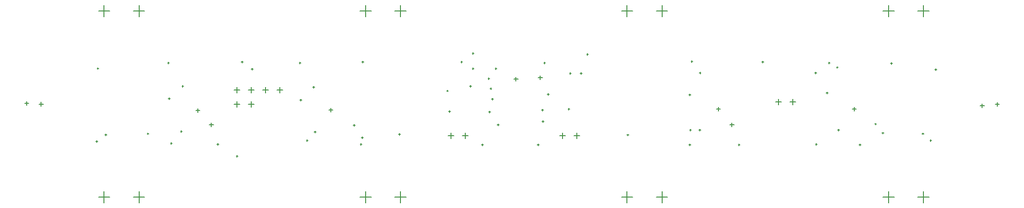
<source format=gbr>
G04*
G04 #@! TF.GenerationSoftware,Altium Limited,Altium Designer,24.10.1 (45)*
G04*
G04 Layer_Color=128*
%FSLAX25Y25*%
%MOIN*%
G70*
G04*
G04 #@! TF.SameCoordinates,C14CE507-BBC2-466D-ADCE-259A0BF978C6*
G04*
G04*
G04 #@! TF.FilePolarity,Positive*
G04*
G01*
G75*
%ADD45C,0.00500*%
D45*
X547500Y60500D02*
X551500D01*
X549500Y58500D02*
Y62500D01*
X537500Y60500D02*
X541500D01*
X539500Y58500D02*
Y62500D01*
X396500Y37000D02*
X400500D01*
X398500Y35000D02*
Y39000D01*
X386500Y37000D02*
X390500D01*
X388500Y35000D02*
Y39000D01*
X318500Y37000D02*
X322500D01*
X320500Y35000D02*
Y39000D01*
X308500Y37000D02*
X312500D01*
X310500Y35000D02*
Y39000D01*
X169000Y69000D02*
X173000D01*
X171000Y67000D02*
Y71000D01*
X189000Y69000D02*
X193000D01*
X191000Y67000D02*
Y71000D01*
X179000Y69000D02*
X183000D01*
X181000Y67000D02*
Y71000D01*
X159000Y69000D02*
X163000D01*
X161000Y67000D02*
Y71000D01*
X159000Y59000D02*
X163000D01*
X161000Y57000D02*
Y61000D01*
X169000Y59000D02*
X173000D01*
X171000Y57000D02*
Y61000D01*
X636972Y124221D02*
X644846D01*
X640909Y120283D02*
Y128157D01*
X612563Y124221D02*
X620437D01*
X616500Y120283D02*
Y128157D01*
X636972Y-6095D02*
X644846D01*
X640909Y-10031D02*
Y-2158D01*
X612563Y-6095D02*
X620437D01*
X616500Y-10031D02*
Y-2158D01*
X454142Y-6095D02*
X462016D01*
X458079Y-10031D02*
Y-2158D01*
X429732Y-6095D02*
X437606D01*
X433669Y-10031D02*
Y-2158D01*
X454142Y124221D02*
X462016D01*
X458079Y120283D02*
Y128157D01*
X429732Y124221D02*
X437606D01*
X433669Y120283D02*
Y128157D01*
X271307Y-6095D02*
X279181D01*
X275244Y-10031D02*
Y-2158D01*
X246898Y-6095D02*
X254772D01*
X250835Y-10031D02*
Y-2158D01*
X271307Y124221D02*
X279181D01*
X275244Y120283D02*
Y128157D01*
X246898Y124221D02*
X254772D01*
X250835Y120283D02*
Y128157D01*
X88472Y-6095D02*
X96346D01*
X92409Y-10031D02*
Y-2158D01*
X64063Y-6095D02*
X71937D01*
X68000Y-10031D02*
Y-2158D01*
X88472Y124221D02*
X96346D01*
X92409Y120283D02*
Y128157D01*
X64063Y124221D02*
X71937D01*
X68000Y120283D02*
Y128157D01*
X342910Y44500D02*
X344091D01*
X343500Y43909D02*
Y45091D01*
X606854Y45087D02*
X608035D01*
X607445Y44496D02*
Y45677D01*
X505600Y44500D02*
X508400D01*
X507000Y43100D02*
Y45900D01*
X405409Y94000D02*
X406591D01*
X406000Y93410D02*
Y94591D01*
X400910Y80500D02*
X402091D01*
X401500Y79909D02*
Y81090D01*
X393409Y80500D02*
X394590D01*
X394000Y79909D02*
Y81090D01*
X338910Y62500D02*
X340090D01*
X339500Y61910D02*
Y63090D01*
X341409Y84000D02*
X342590D01*
X342000Y83410D02*
Y84591D01*
X325410Y84000D02*
X326590D01*
X326000Y83410D02*
Y84591D01*
X225100Y55000D02*
X227900D01*
X226500Y53600D02*
Y56400D01*
X141600Y44500D02*
X144400D01*
X143000Y43100D02*
Y45900D01*
X132100Y54500D02*
X134900D01*
X133500Y53100D02*
Y55900D01*
X484151Y80909D02*
X485332D01*
X484741Y80318D02*
Y81500D01*
X308910Y54000D02*
X310090D01*
X309500Y53409D02*
Y54590D01*
X112409Y88000D02*
X113591D01*
X113000Y87410D02*
Y88591D01*
X170909Y83500D02*
X172091D01*
X171500Y82910D02*
Y84091D01*
X248276Y88587D02*
X249457D01*
X248866Y87997D02*
Y89178D01*
X307465Y68373D02*
X308646D01*
X308056Y67782D02*
Y68963D01*
X527910Y88500D02*
X529090D01*
X528500Y87910D02*
Y89091D01*
X392409Y55500D02*
X393590D01*
X393000Y54909D02*
Y56090D01*
X374352Y46943D02*
X375533D01*
X374943Y46352D02*
Y47533D01*
X373909Y55000D02*
X375091D01*
X374500Y54409D02*
Y55590D01*
X580909Y41000D02*
X582091D01*
X581500Y40409D02*
Y41591D01*
X483869Y41000D02*
X485050D01*
X484460Y40409D02*
Y41591D01*
X477410Y41000D02*
X478590D01*
X478000Y40409D02*
Y41591D01*
X273866Y38000D02*
X275047D01*
X274457Y37409D02*
Y38591D01*
X214910Y39500D02*
X216090D01*
X215500Y38909D02*
Y40091D01*
X68590Y37606D02*
X69772D01*
X69181Y37016D02*
Y38197D01*
X564910Y81000D02*
X566090D01*
X565500Y80409D02*
Y81590D01*
X160409Y22500D02*
X161591D01*
X161000Y21910D02*
Y23090D01*
X163909Y88500D02*
X165091D01*
X164500Y87910D02*
Y89091D01*
X242370Y44299D02*
X243551D01*
X242961Y43709D02*
Y44890D01*
X121409Y40000D02*
X122591D01*
X122000Y39409D02*
Y40591D01*
X98118Y38394D02*
X99299D01*
X98709Y37803D02*
Y38984D01*
X114409Y31500D02*
X115591D01*
X115000Y30909D02*
Y32091D01*
X209409Y33500D02*
X210591D01*
X210000Y32909D02*
Y34091D01*
X247094Y30913D02*
X248276D01*
X247685Y30323D02*
Y31504D01*
X247882Y35638D02*
X249063D01*
X248472Y35047D02*
Y36228D01*
X648980Y83276D02*
X650161D01*
X649571Y82685D02*
Y83866D01*
X645437Y33669D02*
X646618D01*
X646028Y33079D02*
Y34260D01*
X62291Y32882D02*
X63472D01*
X62882Y32291D02*
Y33472D01*
X63079Y84063D02*
X64260D01*
X63669Y83472D02*
Y84654D01*
X146909Y31000D02*
X148091D01*
X147500Y30409D02*
Y31591D01*
X476909Y30500D02*
X478090D01*
X477500Y29909D02*
Y31091D01*
X617878Y87606D02*
X619059D01*
X618469Y87016D02*
Y88197D01*
X565410Y31000D02*
X566590D01*
X566000Y30409D02*
Y31591D01*
X595910Y30500D02*
X597090D01*
X596500Y29909D02*
Y31091D01*
X511410Y30500D02*
X512591D01*
X512000Y29909D02*
Y31091D01*
X377909Y66000D02*
X379090D01*
X378500Y65409D02*
Y66590D01*
X371600Y77500D02*
X374400D01*
X373000Y76100D02*
Y78900D01*
X375410Y88000D02*
X376590D01*
X376000Y87410D02*
Y88591D01*
X370910Y30500D02*
X372091D01*
X371500Y29909D02*
Y31091D01*
X331909Y30500D02*
X333090D01*
X332500Y29909D02*
Y31091D01*
X354600Y76500D02*
X357400D01*
X356000Y75100D02*
Y77900D01*
X317409Y88500D02*
X318590D01*
X318000Y87910D02*
Y89091D01*
X325410Y94500D02*
X326590D01*
X326000Y93910D02*
Y95091D01*
X336409Y77000D02*
X337591D01*
X337000Y76410D02*
Y77591D01*
X336910Y53500D02*
X338090D01*
X337500Y52909D02*
Y54090D01*
X337854Y70000D02*
X339035D01*
X338444Y69410D02*
Y70591D01*
X323622Y71500D02*
X324803D01*
X324213Y70910D02*
Y72091D01*
X639925Y38394D02*
X641106D01*
X640516Y37803D02*
Y38984D01*
X611972Y38787D02*
X613154D01*
X612563Y38197D02*
Y39378D01*
X574409Y88000D02*
X575591D01*
X575000Y87410D02*
Y88591D01*
X572909Y67000D02*
X574090D01*
X573500Y66409D02*
Y67590D01*
X580116Y84824D02*
X581297D01*
X580707Y84233D02*
Y85414D01*
X478409Y89000D02*
X479591D01*
X479000Y88410D02*
Y89591D01*
X433598Y37481D02*
X434779D01*
X434188Y36891D02*
Y38072D01*
X476909Y65500D02*
X478090D01*
X477500Y64909D02*
Y66091D01*
X204409Y88000D02*
X205591D01*
X205000Y87410D02*
Y88591D01*
X204909Y62000D02*
X206090D01*
X205500Y61409D02*
Y62590D01*
X213910Y71000D02*
X215090D01*
X214500Y70410D02*
Y71591D01*
X112909Y63000D02*
X114091D01*
X113500Y62410D02*
Y63591D01*
X122409Y71500D02*
X123591D01*
X123000Y70910D02*
Y72091D01*
X496100Y55500D02*
X498900D01*
X497500Y54100D02*
Y56900D01*
X22600Y59043D02*
X25400D01*
X24000Y57643D02*
Y60443D01*
X12514Y59500D02*
X15314D01*
X13914Y58100D02*
Y60900D01*
X680600Y58000D02*
X683400D01*
X682000Y56600D02*
Y59400D01*
X691186Y59000D02*
X693986D01*
X692586Y57600D02*
Y60400D01*
X591100Y55500D02*
X593900D01*
X592500Y54100D02*
Y56900D01*
M02*

</source>
